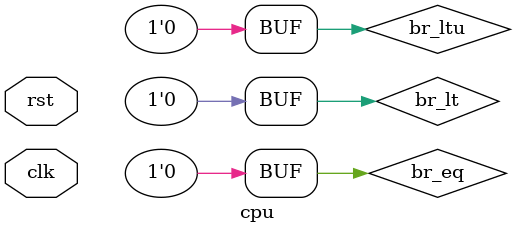
<source format=sv>
`timescale 1ns / 1ps

module cpu
    (
        input clk,
        input logic rst
    ); 

    // -- Signals --
    
    // Control Unit
    logic pcUpdate, irWrite, addrSrc, memWrite, memRead, regWrite;
    logic [1:0] regSrc, aluSrcA, aluSrcB, aluCtrl;

    // Decoder
    logic [2:0] immedSrc;
    logic [3:0] aluOp;

    // Datapath
    logic [31:0] addr, inst;

    // Memory
    logic mem_error;
    logic [31:0] mem_out, mem_in;

    // -- Deprecated --
    logic br_lt,br_eq,br_ltu;
    //Branch Condition Generator
    always_comb
    begin
        br_lt=0; br_eq=0; br_ltu=0;
    end

    control_unit control_unit(
        // Inputs
    	.clk      (clk      ),
        .rst      (rst      ),
        .opcode   (inst[6:0]),
        .error    (mem_error),

        // Outputs
        .pcUpdate (pcUpdate ),
        .irWrite  (irWrite  ),
        .addrSrc  (addrSrc  ),
        .memWrite (memWrite ),
        .memRead  (memRead  ),
        .regSrc   (regSrc   ),
        .regWrite (regWrite ),
        .aluSrcA  (aluSrcA  ),
        .aluSrcB  (aluSrcB  ),
        .aluCtrl  (aluCtrl  )
    );

    decoder decoder(
        // Inputs
    	.opcode    (inst[6:0]),
        .func3     (inst[14:12]),
        .func7     (inst[31:25]),
        .aluCtrl   (aluCtrl   ),
        .CU_BR_EQ  (br_eq  ),
        .CU_BR_LT  (br_lt ),
        .CU_BR_LTU (br_ltu ),

        // Outputs
        .immedSrc  (immedSrc  ),
        .aluOp     (aluOp     )
    );

    datapath datapath(
        // Inputs
    	.clk      (clk      ),
        .rst      (rst      ),
        .data_in  (mem_out  ),
        .pcUpdate (pcUpdate ),
        .irWrite  (irWrite  ),
        .addrSrc  (addrSrc  ),
        .regSrc   (regSrc   ),
        .regWrite (regWrite ),
        .immedSrc (immedSrc ),
        .aluSrcA  (aluSrcA  ),
        .aluSrcB  (aluSrcB  ),
        .aluOp    (aluOp    ),

        // Outputs
        .addr     (addr     ),
        .inst_out (inst ),
        .data_out (mem_in )
    );

    memory mem(
        // Inputs
    	.clk   (clk   ),
        .rd    (memRead),
        .we    (memWrite    ),
        .addr  (addr  ),
        .data  (mem_in  ),
        .size  (inst[13:12]  ),
        .sign  (inst[14]  ),

        // Outputs
        .out   (mem_out   ),
        .error (mem_error )
    );

endmodule

</source>
